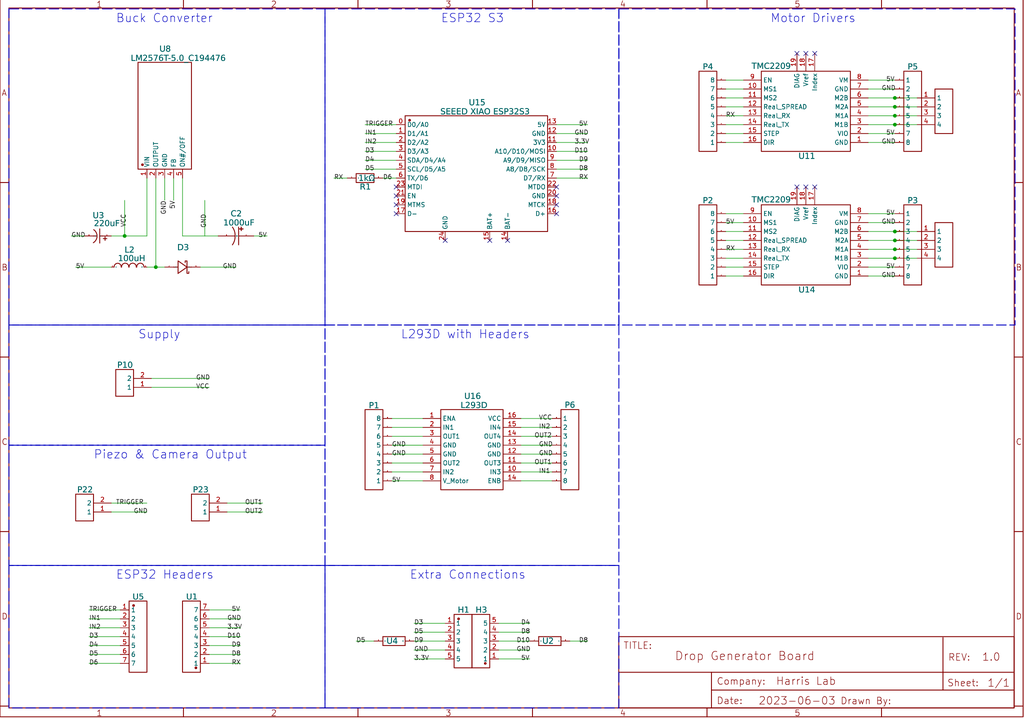
<source format=kicad_sch>
(kicad_sch (version 20231120) (generator "eeschema") (generator_version "8.0")
  (paper "User" 292.1 205.105)
  (lib_symbols
    (symbol "A2002WR-4P"
      (symbol "A2002WR-4P_0_0"
        (rectangle (start 0 7.62) (end 5.08 -5.08) (stroke (width 0.254)))
        (pin unspecified line (at -5.08 5.08 0) (length 5.08) (name "1") (number "1"))
        (pin unspecified line (at -5.08 2.54 0) (length 5.08) (name "2") (number "2"))
        (pin unspecified line (at -5.08 0 0) (length 5.08) (name "3") (number "3"))
        (pin unspecified line (at -5.08 -2.54 0) (length 5.08) (name "4") (number "4"))
      )
    )
    (symbol "A2002WR-4P_1"
      (symbol "A2002WR-4P_1_0_0"
        (rectangle (start 0 7.62) (end 5.08 -5.08) (stroke (width 0.254)))
        (pin unspecified line (at -5.08 5.08 0) (length 5.08) (name "1") (number "1"))
        (pin unspecified line (at -5.08 2.54 0) (length 5.08) (name "2") (number "2"))
        (pin unspecified line (at -5.08 0 0) (length 5.08) (name "3") (number "3"))
        (pin unspecified line (at -5.08 -2.54 0) (length 5.08) (name "4") (number "4"))
      )
    )
    (symbol "CDRH127/LDNP-101MC"
      (property "Reference" "L2" (at -1.2954 5.7531 0))
      (property "Value" "100uH" (at -3.4798 3.3909 0))
      (symbol "CDRH127/LDNP-101MC_0_0"
        (arc (start -2.2606 0) (mid -3.2639 1.0975) (end -4.2672 0) (stroke (width 0.254)))
        (arc (start -0.1016 0) (mid -1.1176 1.1227) (end -2.1336 0) (stroke (width 0.254)))
        (arc (start 2.032 0) (mid 1.016 1.1227) (end 0 0) (stroke (width 0.254)))
        (arc (start 4.2164 0) (mid 3.2004 1.1227) (end 2.1844 0) (stroke (width 0.254)))
        (pin unspecified line (at -5.08 0 0) (length 0.762) (name "1") (number "1"))
        (pin unspecified line (at 5.08 0 180) (length 0.762) (name "2") (number "2"))
      )
    )
    (symbol "CR0603F1K00P05Z"
      (property "Reference" "R1" (at -1.4986 -1.6637 0))
      (property "Value" "1kΩ" (at -2.1336 0.8763 0))
      (symbol "CR0603F1K00P05Z_0_0"
        (rectangle (start -2.54 1.27) (end 2.54 -1.27) (stroke (width 0.254)))
        (pin unspecified line (at -5.08 0 0) (length 2.54) (name "1") (number "1"))
        (pin unspecified line (at 5.08 0 180) (length 2.54) (name "2") (number "2"))
      )
    )
    (symbol "CS220UF35V167RV0148"
      (property "Reference" "U3" (at -0.2286 6.6929 0))
      (property "Value" "220uF" (at -0.2286 4.4831 0))
      (symbol "CS220UF35V167RV0148_0_0"
        (arc (start -0.0508 -1.9304) (mid 1.0118 -0.0786) (end 0.0508 1.8034) (stroke (width 0.254)))
        (polyline (pts (xy 0.762 0) (xy 0 0)) (stroke (width 0.254)))
        (polyline (pts (xy 1.778 -2.032) (xy 1.778 2.032)) (stroke (width 0.254)))
        (polyline (pts (xy 2.54 0) (xy 1.778 0)) (stroke (width 0.254)))
        (polyline (pts (xy 3.302 -1.27) (xy 3.302 -0.254)) (stroke (width 0.254)))
        (polyline (pts (xy 3.81 -0.762) (xy 2.794 -0.762)) (stroke (width 0.254)))
        (pin input line (at 5.08 0 180) (length 2.54) (name "1") (number "1"))
        (pin input line (at -2.54 0 0) (length 2.54) (name "2") (number "2"))
      )
    )
    (symbol "EEEFK0J102P"
      (property "Reference" "C2" (at -1.4986 7.2009 0))
      (property "Value" "1000uF" (at -4.0132 4.6609 0))
      (symbol "EEEFK0J102P_0_0"
        (arc (start -1.016 -2.54) (mid -0.4262 -1.3326) (end -0.254 0) (stroke (width 0.254)))
        (arc (start -0.254 0) (mid -0.4185 1.3349) (end -1.016 2.54) (stroke (width 0.254)))
        (polyline (pts (xy 0.762 2.54) (xy 0.762 -2.54)) (stroke (width 0.254)))
        (rectangle (start 1.016 2.032) (end 2.032 1.9812) (stroke (width 0.254)) (fill (type background)))
        (rectangle (start 1.4732 2.54) (end 1.524 1.524) (stroke (width 0.254)) (fill (type background)))
        (pin unspecified line (at 5.08 0 180) (length 4.318) (name "1") (number "1"))
        (pin unspecified line (at -5.08 0 0) (length 4.826) (name "2") (number "2"))
      )
    )
    (symbol "Header-Female-2.54_1x8"
      (property "Reference" "P6" (at -0.1778 13.5763 0))
      (symbol "Header-Female-2.54_1x8_0_0"
        (rectangle (start -1.27 11.43) (end 3.81 -11.43) (stroke (width 0.254)))
        (pin input line (at -3.81 8.89 0) (length 2.54) (name "1") (number "1"))
        (pin input line (at -3.81 6.35 0) (length 2.54) (name "2") (number "2"))
        (pin input line (at -3.81 3.81 0) (length 2.54) (name "3") (number "3"))
        (pin input line (at -3.81 1.27 0) (length 2.54) (name "4") (number "4"))
        (pin input line (at -3.81 -1.27 0) (length 2.54) (name "5") (number "5"))
        (pin input line (at -3.81 -3.81 0) (length 2.54) (name "6") (number "6"))
        (pin input line (at -3.81 -6.35 0) (length 2.54) (name "7") (number "7"))
        (pin input line (at -3.81 -8.89 0) (length 2.54) (name "8") (number "8"))
      )
    )
    (symbol "Header-Female-2.54_1x8_1"
      (property "Reference" "P1" (at -2.7178 13.4493 0))
      (symbol "Header-Female-2.54_1x8_1_0_0"
        (rectangle (start -3.81 11.43) (end 1.27 -11.43) (stroke (width 0.254)))
        (pin input line (at 3.81 -8.89 180) (length 2.54) (name "1") (number "1"))
        (pin input line (at 3.81 -6.35 180) (length 2.54) (name "2") (number "2"))
        (pin input line (at 3.81 -3.81 180) (length 2.54) (name "3") (number "3"))
        (pin input line (at 3.81 -1.27 180) (length 2.54) (name "4") (number "4"))
        (pin input line (at 3.81 1.27 180) (length 2.54) (name "5") (number "5"))
        (pin input line (at 3.81 3.81 180) (length 2.54) (name "6") (number "6"))
        (pin input line (at 3.81 6.35 180) (length 2.54) (name "7") (number "7"))
        (pin input line (at 3.81 8.89 180) (length 2.54) (name "8") (number "8"))
      )
    )
    (symbol "Header-Female-2.54_1x8_2"
      (property "Reference" "P2" (at -2.7178 13.5001 0))
      (symbol "Header-Female-2.54_1x8_2_0_0"
        (rectangle (start -3.81 11.43) (end 1.27 -11.43) (stroke (width 0.254)))
        (pin input line (at 3.81 -8.89 180) (length 2.54) (name "1") (number "1"))
        (pin input line (at 3.81 -6.35 180) (length 2.54) (name "2") (number "2"))
        (pin input line (at 3.81 -3.81 180) (length 2.54) (name "3") (number "3"))
        (pin input line (at 3.81 -1.27 180) (length 2.54) (name "4") (number "4"))
        (pin input line (at 3.81 1.27 180) (length 2.54) (name "5") (number "5"))
        (pin input line (at 3.81 3.81 180) (length 2.54) (name "6") (number "6"))
        (pin input line (at 3.81 6.35 180) (length 2.54) (name "7") (number "7"))
        (pin input line (at 3.81 8.89 180) (length 2.54) (name "8") (number "8"))
      )
    )
    (symbol "Header-Female-2.54_1x8_3"
      (property "Reference" "P3" (at -0.1778 13.5001 0))
      (symbol "Header-Female-2.54_1x8_3_0_0"
        (rectangle (start -1.27 11.43) (end 3.81 -11.43) (stroke (width 0.254)))
        (pin input line (at -3.81 8.89 0) (length 2.54) (name "1") (number "1"))
        (pin input line (at -3.81 6.35 0) (length 2.54) (name "2") (number "2"))
        (pin input line (at -3.81 3.81 0) (length 2.54) (name "3") (number "3"))
        (pin input line (at -3.81 1.27 0) (length 2.54) (name "4") (number "4"))
        (pin input line (at -3.81 -1.27 0) (length 2.54) (name "5") (number "5"))
        (pin input line (at -3.81 -3.81 0) (length 2.54) (name "6") (number "6"))
        (pin input line (at -3.81 -6.35 0) (length 2.54) (name "7") (number "7"))
        (pin input line (at -3.81 -8.89 0) (length 2.54) (name "8") (number "8"))
      )
    )
    (symbol "Header-Female-2.54_1x8_4"
      (property "Reference" "P4" (at -2.7178 13.5509 0))
      (symbol "Header-Female-2.54_1x8_4_0_0"
        (rectangle (start -3.81 11.43) (end 1.27 -11.43) (stroke (width 0.254)))
        (pin input line (at 3.81 -8.89 180) (length 2.54) (name "1") (number "1"))
        (pin input line (at 3.81 -6.35 180) (length 2.54) (name "2") (number "2"))
        (pin input line (at 3.81 -3.81 180) (length 2.54) (name "3") (number "3"))
        (pin input line (at 3.81 -1.27 180) (length 2.54) (name "4") (number "4"))
        (pin input line (at 3.81 1.27 180) (length 2.54) (name "5") (number "5"))
        (pin input line (at 3.81 3.81 180) (length 2.54) (name "6") (number "6"))
        (pin input line (at 3.81 6.35 180) (length 2.54) (name "7") (number "7"))
        (pin input line (at 3.81 8.89 180) (length 2.54) (name "8") (number "8"))
      )
    )
    (symbol "Header-Female-2.54_1x8_5"
      (property "Reference" "P5" (at -0.1778 13.5509 0))
      (symbol "Header-Female-2.54_1x8_5_0_0"
        (rectangle (start -1.27 11.43) (end 3.81 -11.43) (stroke (width 0.254)))
        (pin input line (at -3.81 8.89 0) (length 2.54) (name "1") (number "1"))
        (pin input line (at -3.81 6.35 0) (length 2.54) (name "2") (number "2"))
        (pin input line (at -3.81 3.81 0) (length 2.54) (name "3") (number "3"))
        (pin input line (at -3.81 1.27 0) (length 2.54) (name "4") (number "4"))
        (pin input line (at -3.81 -1.27 0) (length 2.54) (name "5") (number "5"))
        (pin input line (at -3.81 -3.81 0) (length 2.54) (name "6") (number "6"))
        (pin input line (at -3.81 -6.35 0) (length 2.54) (name "7") (number "7"))
        (pin input line (at -3.81 -8.89 0) (length 2.54) (name "8") (number "8"))
      )
    )
    (symbol "L293D"
      (property "Reference" "U16" (at 11.7856 24.9809 0))
      (property "Value" "L293D" (at 10.4648 22.4409 0))
      (symbol "L293D_0_0"
        (rectangle (start 5.08 20.32) (end 22.86 -2.54) (stroke (width 0.254)))
        (pin unspecified line (at 0 17.78 0) (length 5.08) (name "ENA") (number "1"))
        (pin unspecified line (at 27.94 2.54 180) (length 5.08) (name "IN3") (number "10"))
        (pin unspecified line (at 27.94 5.08 180) (length 5.08) (name "OUT3") (number "11"))
        (pin unspecified line (at 27.94 7.62 180) (length 5.08) (name "GND") (number "12"))
        (pin unspecified line (at 27.94 10.16 180) (length 5.08) (name "GND") (number "13"))
        (pin unspecified line (at 27.94 0 180) (length 5.08) (name "ENB") (number "14"))
        (pin unspecified line (at 27.94 12.7 180) (length 5.08) (name "OUT4") (number "14"))
        (pin unspecified line (at 27.94 15.24 180) (length 5.08) (name "IN4") (number "15"))
        (pin unspecified line (at 27.94 17.78 180) (length 5.08) (name "VCC") (number "16"))
        (pin unspecified line (at 0 15.24 0) (length 5.08) (name "IN1") (number "2"))
        (pin unspecified line (at 0 12.7 0) (length 5.08) (name "OUT1") (number "3"))
        (pin unspecified line (at 0 10.16 0) (length 5.08) (name "GND") (number "4"))
        (pin unspecified line (at 0 7.62 0) (length 5.08) (name "GND") (number "5"))
        (pin unspecified line (at 0 5.08 0) (length 5.08) (name "OUT2") (number "6"))
        (pin unspecified line (at 0 2.54 0) (length 5.08) (name "IN2") (number "7"))
        (pin unspecified line (at 0 0 0) (length 5.08) (name "V_Motor") (number "8"))
      )
    )
    (symbol "LM2576T-5.0_C194476"
      (property "Reference" "U8" (at -1.4986 35.1409 0))
      (property "Value" "LM2576T-5.0_C194476" (at -11.176 32.5501 0))
      (symbol "LM2576T-5.0_C194476_0_0"
        (rectangle (start -7.62 30.48) (end 7.62 0) (stroke (width 0.254)))
        (circle (center -6.35 1.27) (radius 0.254) (stroke (width 0.254)) (fill (type outline)))
        (pin unspecified line (at -5.08 -2.54 90) (length 2.54) (name "VIN") (number "1"))
        (pin unspecified line (at -2.54 -2.54 90) (length 2.54) (name "OUTPUT") (number "2"))
        (pin unspecified line (at 0 -2.54 90) (length 2.54) (name "GND") (number "3"))
        (pin unspecified line (at 2.54 -2.54 90) (length 2.54) (name "FB") (number "4"))
        (pin unspecified line (at 5.08 -2.54 90) (length 2.54) (name "ON#/OFF") (number "5"))
      )
    )
    (symbol "PM2.54-1*7"
      (property "Reference" "U1" (at -1.4986 12.2047 0))
      (symbol "PM2.54-1*7_0_0"
        (rectangle (start -2.54 10.16) (end 2.54 -10.16) (stroke (width 0.254)))
        (circle (center 1.27 -8.89) (radius 0.254) (stroke (width 0.254)) (fill (type outline)))
        (pin unspecified line (at 5.08 -7.62 180) (length 2.54) (name "1") (number "1"))
        (pin unspecified line (at 5.08 -5.08 180) (length 2.54) (name "2") (number "2"))
        (pin unspecified line (at 5.08 -2.54 180) (length 2.54) (name "3") (number "3"))
        (pin unspecified line (at 5.08 0 180) (length 2.54) (name "4") (number "4"))
        (pin unspecified line (at 5.08 2.54 180) (length 2.54) (name "5") (number "5"))
        (pin unspecified line (at 5.08 5.08 180) (length 2.54) (name "6") (number "6"))
        (pin unspecified line (at 5.08 7.62 180) (length 2.54) (name "7") (number "7"))
      )
    )
    (symbol "PM2.54-1*7_1"
      (property "Reference" "U5" (at -1.5494 12.2047 0))
      (symbol "PM2.54-1*7_1_0_0"
        (rectangle (start -2.54 10.16) (end 2.54 -10.16) (stroke (width 0.254)))
        (circle (center -1.27 8.89) (radius 0.254) (stroke (width 0.254)) (fill (type outline)))
        (pin unspecified line (at -5.08 7.62 0) (length 2.54) (name "1") (number "1"))
        (pin unspecified line (at -5.08 5.08 0) (length 2.54) (name "2") (number "2"))
        (pin unspecified line (at -5.08 2.54 0) (length 2.54) (name "3") (number "3"))
        (pin unspecified line (at -5.08 0 0) (length 2.54) (name "4") (number "4"))
        (pin unspecified line (at -5.08 -2.54 0) (length 2.54) (name "5") (number "5"))
        (pin unspecified line (at -5.08 -5.08 0) (length 2.54) (name "6") (number "6"))
        (pin unspecified line (at -5.08 -7.62 0) (length 2.54) (name "7") (number "7"))
      )
    )
    (symbol "PZ254-1-05-Z-8.5"
      (property "Reference" "H1" (at -1.4986 9.7409 0))
      (symbol "PZ254-1-05-Z-8.5_0_0"
        (rectangle (start -2.54 7.62) (end 2.54 -7.62) (stroke (width 0.254)))
        (circle (center -1.27 6.35) (radius 0.254) (stroke (width 0.254)) (fill (type outline)))
        (pin unspecified line (at -5.08 5.08 0) (length 2.54) (name "1") (number "1"))
        (pin unspecified line (at -5.08 2.54 0) (length 2.54) (name "2") (number "2"))
        (pin unspecified line (at -5.08 0 0) (length 2.54) (name "3") (number "3"))
        (pin unspecified line (at -5.08 -2.54 0) (length 2.54) (name "4") (number "4"))
        (pin unspecified line (at -5.08 -5.08 0) (length 2.54) (name "5") (number "5"))
      )
    )
    (symbol "PZ254-1-05-Z-8.5_1"
      (property "Reference" "H3" (at -1.4986 9.7409 0))
      (symbol "PZ254-1-05-Z-8.5_1_0_0"
        (rectangle (start -2.54 7.62) (end 2.54 -7.62) (stroke (width 0.254)))
        (circle (center 1.27 -6.35) (radius 0.254) (stroke (width 0.254)) (fill (type outline)))
        (pin unspecified line (at 5.08 -5.08 180) (length 2.54) (name "1") (number "1"))
        (pin unspecified line (at 5.08 -2.54 180) (length 2.54) (name "2") (number "2"))
        (pin unspecified line (at 5.08 0 180) (length 2.54) (name "3") (number "3"))
        (pin unspecified line (at 5.08 2.54 180) (length 2.54) (name "4") (number "4"))
        (pin unspecified line (at 5.08 5.08 180) (length 2.54) (name "5") (number "5"))
      )
    )
    (symbol "Resistor-SMD-1206"
      (property "Reference" "U2" (at -2.2606 0.8763 0))
      (symbol "Resistor-SMD-1206_0_0"
        (polyline (pts (xy -3.302 -1.27) (xy 3.048 -1.27)) (stroke (width 0.254)))
        (polyline (pts (xy -3.302 1.27) (xy -3.302 -1.27)) (stroke (width 0.254)))
        (polyline (pts (xy -3.302 1.27) (xy 3.048 1.27)) (stroke (width 0.254)))
        (polyline (pts (xy 3.048 1.27) (xy 3.048 -1.27)) (stroke (width 0.254)))
        (pin unspecified line (at -5.842 0 0) (length 2.54) (name "1") (number "1"))
        (pin unspecified line (at 5.588 0 180) (length 2.54) (name "2") (number "2"))
      )
    )
    (symbol "Resistor-SMD-1206_1"
      (property "Reference" "U4" (at -2.2606 0.8763 0))
      (symbol "Resistor-SMD-1206_1_0_0"
        (polyline (pts (xy -3.302 -1.27) (xy 3.048 -1.27)) (stroke (width 0.254)))
        (polyline (pts (xy -3.302 1.27) (xy -3.302 -1.27)) (stroke (width 0.254)))
        (polyline (pts (xy -3.302 1.27) (xy 3.048 1.27)) (stroke (width 0.254)))
        (polyline (pts (xy 3.048 1.27) (xy 3.048 -1.27)) (stroke (width 0.254)))
        (pin unspecified line (at -5.842 0 0) (length 2.54) (name "1") (number "1"))
        (pin unspecified line (at 5.588 0 180) (length 2.54) (name "2") (number "2"))
      )
    )
    (symbol "SEEED XIAO ESP32S3"
      (property "Reference" "U15" (at -2.159 14.7701 0))
      (property "Value" "SEEED XIAO ESP32S3" (at -11.3538 12.2301 0))
      (symbol "SEEED XIAO ESP32S3_0_0"
        (rectangle (start -20.32 10.16) (end 20.32 -22.86) (stroke (width 0.254)))
        (circle (center -19.05 8.89) (radius 0.254) (stroke (width 0.254)) (fill (type outline)))
        (pin unspecified line (at -22.86 7.62 0) (length 2.54) (name "D0/A0") (number "0"))
        (pin unspecified line (at -22.86 5.08 0) (length 2.54) (name "D1/A1") (number "1"))
        (pin unspecified line (at 22.86 0 180) (length 2.54) (name "A10/D10/MOSI") (number "10"))
        (pin unspecified line (at 22.86 2.54 180) (length 2.54) (name "3V3") (number "11"))
        (pin unspecified line (at 22.86 5.08 180) (length 2.54) (name "GND") (number "12"))
        (pin unspecified line (at 22.86 7.62 180) (length 2.54) (name "5V") (number "13"))
        (pin unspecified line (at 8.89 -25.4 90) (length 2.54) (name "BAT-") (number "14"))
        (pin unspecified line (at 3.81 -25.4 90) (length 2.54) (name "BAT+") (number "15"))
        (pin unspecified line (at 22.86 -17.78 180) (length 2.54) (name "D+") (number "16"))
        (pin unspecified line (at -22.86 -17.78 0) (length 2.54) (name "D-") (number "17"))
        (pin unspecified line (at 22.86 -15.24 180) (length 2.54) (name "MTCK") (number "18"))
        (pin unspecified line (at -22.86 -15.24 0) (length 2.54) (name "MTMS") (number "19"))
        (pin unspecified line (at -22.86 2.54 0) (length 2.54) (name "D2/A2") (number "2"))
        (pin unspecified line (at 22.86 -12.7 180) (length 2.54) (name "GND") (number "20"))
        (pin unspecified line (at -22.86 -12.7 0) (length 2.54) (name "EN") (number "21"))
        (pin unspecified line (at 22.86 -10.16 180) (length 2.54) (name "MTDO") (number "22"))
        (pin unspecified line (at -22.86 -10.16 0) (length 2.54) (name "MTDI") (number "23"))
        (pin unspecified line (at -8.89 -25.4 90) (length 2.54) (name "GND") (number "24"))
        (pin unspecified line (at -22.86 0 0) (length 2.54) (name "D3/A3") (number "3"))
        (pin unspecified line (at -22.86 -2.54 0) (length 2.54) (name "SDA/D4/A4") (number "4"))
        (pin unspecified line (at -22.86 -5.08 0) (length 2.54) (name "SCL/D5/A5") (number "5"))
        (pin unspecified line (at -22.86 -7.62 0) (length 2.54) (name "TX/D6") (number "6"))
        (pin unspecified line (at 22.86 -7.62 180) (length 2.54) (name "D7/RX") (number "7"))
        (pin unspecified line (at 22.86 -5.08 180) (length 2.54) (name "A8/D8/SCK") (number "8"))
        (pin unspecified line (at 22.86 -2.54 180) (length 2.54) (name "A9/D9/MISO") (number "9"))
      )
    )
    (symbol "SS34F_C908669"
      (property "Reference" "D3" (at -1.4986 6.4643 0))
      (symbol "SS34F_C908669_0_0"
        (polyline (pts (xy -2.54 0) (xy -1.27 0)) (stroke (width 0.254)))
        (polyline (pts (xy 1.27 0) (xy 2.54 0)) (stroke (width 0.254)))
        (polyline (pts (xy -1.27 -1.778) (xy 1.27 0) (xy -1.27 1.778) (xy -1.27 -1.778)) (stroke (width 0.254)))
        (polyline (pts (xy 1.778 -1.27) (xy 1.778 -1.778) (xy 1.27 -1.778) (xy 1.27 1.778) (xy 0.762 1.778) (xy 0.762 1.27)) (stroke (width 0.254)))
        (pin unspecified line (at -5.08 0 0) (length 2.54) (name "A") (number "1"))
        (pin unspecified line (at 5.08 0 180) (length 2.54) (name "K") (number "2"))
      )
    )
    (symbol "TMC2209"
      (property "Reference" "U11" (at -19.8628 -3.0607 0))
      (property "Value" "TMC2209" (at -33.4772 22.6695 0))
      (symbol "TMC2209_0_0"
        (rectangle (start -30.48 20.32) (end -5.08 -2.54) (stroke (width 0.254)))
        (pin unspecified line (at 0 0 180) (length 5.08) (name "GND") (number "1"))
        (pin unspecified line (at -35.56 15.24 0) (length 5.08) (name "MS1") (number "10"))
        (pin unspecified line (at -35.56 12.7 0) (length 5.08) (name "MS2") (number "11"))
        (pin unspecified line (at -35.56 10.16 0) (length 5.08) (name "Real_SPREAD") (number "12"))
        (pin unspecified line (at -35.56 7.62 0) (length 5.08) (name "Real_RX") (number "13"))
        (pin unspecified line (at -35.56 5.08 0) (length 5.08) (name "Real_TX") (number "14"))
        (pin unspecified line (at -35.56 2.54 0) (length 5.08) (name "STEP") (number "15"))
        (pin unspecified line (at -35.56 0 0) (length 5.08) (name "DIR") (number "16"))
        (pin unspecified line (at -15.24 25.4 270) (length 5.08) (name "Index") (number "17"))
        (pin unspecified line (at -17.78 25.4 270) (length 5.08) (name "Vref") (number "18"))
        (pin unspecified line (at -20.32 25.4 270) (length 5.08) (name "DIAG") (number "19"))
        (pin unspecified line (at 0 2.54 180) (length 5.08) (name "VIO") (number "2"))
        (pin unspecified line (at 0 5.08 180) (length 5.08) (name "M1B") (number "3"))
        (pin unspecified line (at 0 7.62 180) (length 5.08) (name "M1A") (number "4"))
        (pin unspecified line (at 0 10.16 180) (length 5.08) (name "M2A") (number "5"))
        (pin unspecified line (at 0 12.7 180) (length 5.08) (name "M2B") (number "6"))
        (pin unspecified line (at 0 15.24 180) (length 5.08) (name "GND") (number "7"))
        (pin unspecified line (at 0 17.78 180) (length 5.08) (name "VM") (number "8"))
        (pin unspecified line (at -35.56 17.78 0) (length 5.08) (name "EN") (number "9"))
      )
    )
    (symbol "TMC2209_1"
      (property "Reference" "U14" (at -19.8628 -3.0861 0))
      (property "Value" "TMC2209" (at -33.4772 22.6695 0))
      (symbol "TMC2209_1_0_0"
        (rectangle (start -30.48 20.32) (end -5.08 -2.54) (stroke (width 0.254)))
        (pin unspecified line (at 0 0 180) (length 5.08) (name "GND") (number "1"))
        (pin unspecified line (at -35.56 15.24 0) (length 5.08) (name "MS1") (number "10"))
        (pin unspecified line (at -35.56 12.7 0) (length 5.08) (name "MS2") (number "11"))
        (pin unspecified line (at -35.56 10.16 0) (length 5.08) (name "Real_SPREAD") (number "12"))
        (pin unspecified line (at -35.56 7.62 0) (length 5.08) (name "Real_RX") (number "13"))
        (pin unspecified line (at -35.56 5.08 0) (length 5.08) (name "Real_TX") (number "14"))
        (pin unspecified line (at -35.56 2.54 0) (length 5.08) (name "STEP") (number "15"))
        (pin unspecified line (at -35.56 0 0) (length 5.08) (name "DIR") (number "16"))
        (pin unspecified line (at -15.24 25.4 270) (length 5.08) (name "Index") (number "17"))
        (pin unspecified line (at -17.78 25.4 270) (length 5.08) (name "Vref") (number "18"))
        (pin unspecified line (at -20.32 25.4 270) (length 5.08) (name "DIAG") (number "19"))
        (pin unspecified line (at 0 2.54 180) (length 5.08) (name "VIO") (number "2"))
        (pin unspecified line (at 0 5.08 180) (length 5.08) (name "M1B") (number "3"))
        (pin unspecified line (at 0 7.62 180) (length 5.08) (name "M1A") (number "4"))
        (pin unspecified line (at 0 10.16 180) (length 5.08) (name "M2A") (number "5"))
        (pin unspecified line (at 0 12.7 180) (length 5.08) (name "M2B") (number "6"))
        (pin unspecified line (at 0 15.24 180) (length 5.08) (name "GND") (number "7"))
        (pin unspecified line (at 0 17.78 180) (length 5.08) (name "VM") (number "8"))
        (pin unspecified line (at -35.56 17.78 0) (length 5.08) (name "EN") (number "9"))
      )
    )
    (symbol "Unknown_0_-806"
      (symbol "Unknown_0_-806_0_0"
        (polyline (pts (xy 2.54 -201.676) (xy 0 -201.676)) (stroke (width 0.254)))
        (polyline (pts (xy 2.54 -151.892) (xy 0 -151.892)) (stroke (width 0.254)))
        (polyline (pts (xy 2.54 -102.108) (xy 0 -102.108)) (stroke (width 0.254)))
        (polyline (pts (xy 2.54 -52.324) (xy 0 -52.324)) (stroke (width 0.254)))
        (polyline (pts (xy 52.324 -202.184) (xy 52.324 -204.724)) (stroke (width 0.254)))
        (polyline (pts (xy 52.324 -2.54) (xy 52.324 0)) (stroke (width 0.254)))
        (polyline (pts (xy 102.108 -202.184) (xy 102.108 -204.724)) (stroke (width 0.254)))
        (polyline (pts (xy 102.108 -2.54) (xy 102.108 0)) (stroke (width 0.254)))
        (polyline (pts (xy 151.892 -202.184) (xy 151.892 -204.724)) (stroke (width 0.254)))
        (polyline (pts (xy 151.892 -2.54) (xy 151.892 0)) (stroke (width 0.254)))
        (polyline (pts (xy 176.53 -192.024) (xy 289.052 -192.024)) (stroke (width 0.254)))
        (polyline (pts (xy 201.676 -202.184) (xy 201.676 -204.724)) (stroke (width 0.254)))
        (polyline (pts (xy 201.676 -2.54) (xy 201.676 0)) (stroke (width 0.254)))
        (polyline (pts (xy 202.946 -197.104) (xy 289.052 -197.104)) (stroke (width 0.254)))
        (polyline (pts (xy 202.946 -192.024) (xy 202.946 -202.184)) (stroke (width 0.254)))
        (polyline (pts (xy 251.46 -202.184) (xy 251.46 -204.724)) (stroke (width 0.254)))
        (polyline (pts (xy 251.46 -2.54) (xy 251.46 0)) (stroke (width 0.254)))
        (polyline (pts (xy 268.986 -192.024) (xy 268.986 -197.104)) (stroke (width 0.254)))
        (polyline (pts (xy 268.986 -182.118) (xy 268.986 -192.024)) (stroke (width 0.254)))
        (polyline (pts (xy 289.306 -201.676) (xy 291.846 -201.676)) (stroke (width 0.254)))
        (polyline (pts (xy 289.306 -151.892) (xy 291.846 -151.892)) (stroke (width 0.254)))
        (polyline (pts (xy 289.306 -102.108) (xy 291.846 -102.108)) (stroke (width 0.254)))
        (polyline (pts (xy 289.306 -52.324) (xy 291.846 -52.324)) (stroke (width 0.254)))
        (rectangle (start 0 0) (end 291.846 -204.724) (stroke (width 0.254)))
        (rectangle (start 2.54 -2.54) (end 289.306 -202.184) (stroke (width 0.254)))
        (rectangle (start 176.5046 -181.864) (end 289.2806 -202.184) (stroke (width 0.254)))
        (text "1" (at 27.432 -202.6539 0) (effects (font (size 1.6891 1.6891)) (justify left top)))
        (text "1" (at 27.432 -0.4699 0) (effects (font (size 1.6891 1.6891)) (justify left top)))
        (text "1.0" (at 280.0604 -186.3471 0) (effects (font (size 2.1717 2.1717)) (justify left top)))
        (text "1/1" (at 281.5844 -193.7639 0) (effects (font (size 2.1717 2.1717)) (justify left top)))
        (text "2" (at 77.216 -202.6539 0) (effects (font (size 1.6891 1.6891)) (justify left top)))
        (text "2" (at 77.216 -0.4699 0) (effects (font (size 1.6891 1.6891)) (justify left top)))
        (text "2023-06-03" (at 216.3064 -198.8439 0) (effects (font (size 2.1717 2.1717)) (justify left top)))
        (text "3" (at 127 -202.6539 0) (effects (font (size 1.6891 1.6891)) (justify left top)))
        (text "3" (at 127 -0.4699 0) (effects (font (size 1.6891 1.6891)) (justify left top)))
        (text "4" (at 176.784 -202.6539 0) (effects (font (size 1.6891 1.6891)) (justify left top)))
        (text "4" (at 176.784 -0.4699 0) (effects (font (size 1.6891 1.6891)) (justify left top)))
        (text "5" (at 226.568 -202.6539 0) (effects (font (size 1.6891 1.6891)) (justify left top)))
        (text "5" (at 226.568 -0.4699 0) (effects (font (size 1.6891 1.6891)) (justify left top)))
        (text "A" (at 0.381 -25.7429 0) (effects (font (size 1.6891 1.6891)) (justify left top)))
        (text "A" (at 289.687 -25.7429 0) (effects (font (size 1.6891 1.6891)) (justify left top)))
        (text "B" (at 0.381 -75.5269 0) (effects (font (size 1.6891 1.6891)) (justify left top)))
        (text "B" (at 289.687 -75.5269 0) (effects (font (size 1.6891 1.6891)) (justify left top)))
        (text "C" (at 0.381 -125.3109 0) (effects (font (size 1.6891 1.6891)) (justify left top)))
        (text "C" (at 289.687 -125.3109 0) (effects (font (size 1.6891 1.6891)) (justify left top)))
        (text "Company:" (at 204.3684 -193.4464 0) (effects (font (size 1.9304 1.9304)) (justify left top)))
        (text "D" (at 0.381 -175.0949 0) (effects (font (size 1.6891 1.6891)) (justify left top)))
        (text "D" (at 289.687 -175.0949 0) (effects (font (size 1.6891 1.6891)) (justify left top)))
        (text "Date:" (at 204.3684 -198.9836 0) (effects (font (size 1.9304 1.9304)) (justify left top)))
        (text "Drawn By:" (at 239.6744 -199.0344 0) (effects (font (size 1.9304 1.9304)) (justify left top)))
        (text "Drop Generator Board" (at 192.4304 -185.928 0) (effects (font (size 2.413 2.413)) (justify left top)))
        (text "Harris Lab" (at 221.2848 -193.2305 0) (effects (font (size 2.1717 2.1717)) (justify left top)))
        (text "REV:" (at 270.4084 -186.5884 0) (effects (font (size 1.9304 1.9304)) (justify left top)))
        (text "Sheet:" (at 270.1544 -193.9036 0) (effects (font (size 1.9304 1.9304)) (justify left top)))
        (text "TITLE:" (at 177.7746 -183.2356 0) (effects (font (size 1.9304 1.9304)) (justify left top)))
      )
    )
    (symbol "WJ127-5.0-2P"
      (property "Reference" "P10" (at -4.6482 5.9309 0))
      (symbol "WJ127-5.0-2P_0_0"
        (rectangle (start -5.08 3.81) (end 0 -3.81) (stroke (width 0.254)))
        (pin unspecified line (at 5.08 -1.27 180) (length 5.08) (name "1") (number "1"))
        (pin unspecified line (at 5.08 1.27 180) (length 5.08) (name "2") (number "2"))
      )
    )
    (symbol "WJ127-5.0-2P_1"
      (property "Reference" "P22" (at -4.6228 5.9309 0))
      (symbol "WJ127-5.0-2P_1_0_0"
        (rectangle (start -5.08 3.81) (end 0 -3.81) (stroke (width 0.254)))
        (pin unspecified line (at 5.08 -1.27 180) (length 5.08) (name "1") (number "1"))
        (pin unspecified line (at 5.08 1.27 180) (length 5.08) (name "2") (number "2"))
      )
    )
    (symbol "WJ127-5.0-2P_2"
      (property "Reference" "P23" (at -4.6482 5.9309 0))
      (symbol "WJ127-5.0-2P_2_0_0"
        (rectangle (start -5.08 3.81) (end 0 -3.81) (stroke (width 0.254)))
        (pin unspecified line (at 5.08 -1.27 180) (length 5.08) (name "1") (number "1"))
        (pin unspecified line (at 5.08 1.27 180) (length 5.08) (name "2") (number "2"))
      )
    )
  )
  (junction (at 255.27 33.02))
  (junction (at 35.56 67.31))
  (junction (at 255.27 35.56))
  (junction (at 255.27 73.66))
  (junction (at 255.27 71.12))
  (junction (at 44.45 76.2))
  (junction (at 255.27 66.04))
  (junction (at 255.27 27.94))
  (junction (at 255.27 30.48))
  (junction (at 255.27 68.58))
  (no_connect (at 113.03 60.96))
  (no_connect (at 127 68.58))
  (no_connect (at 113.03 55.88))
  (no_connect (at 232.41 15.24))
  (no_connect (at 229.87 15.24))
  (no_connect (at 144.78 68.58))
  (no_connect (at 227.33 53.34))
  (no_connect (at 113.03 58.42))
  (no_connect (at 158.75 60.96))
  (no_connect (at 139.7 68.58))
  (no_connect (at 227.33 15.24))
  (no_connect (at 232.41 53.34))
  (no_connect (at 229.87 53.34))
  (no_connect (at 158.75 55.88))
  (no_connect (at 113.03 53.34))
  (no_connect (at 158.75 53.34))
  (no_connect (at 158.75 58.42))
  (wire (pts (xy 212.09 35.56) (xy 207.01 35.56)))
  (wire (pts (xy 31.75 146.05) (xy 41.91 146.05)))
  (wire (pts (xy 41.91 76.2) (xy 44.45 76.2)))
  (wire (pts (xy 25.4 179.07) (xy 34.29 179.07)))
  (wire (pts (xy 247.65 78.74) (xy 255.27 78.74)))
  (wire (pts (xy 59.69 184.15) (xy 68.58 184.15)))
  (wire (pts (xy 247.65 30.48) (xy 255.27 30.48)))
  (wire (pts (xy 120.65 119.38) (xy 111.76 119.38)))
  (wire (pts (xy 157.48 132.08) (xy 148.59 132.08)))
  (wire (pts (xy 207.01 78.74) (xy 212.09 78.74)))
  (wire (pts (xy 247.65 38.1) (xy 255.27 38.1)))
  (wire (pts (xy 59.69 176.53) (xy 68.58 176.53)))
  (wire (pts (xy 158.75 38.1) (xy 167.64 38.1)))
  (wire (pts (xy 158.75 50.8) (xy 167.64 50.8)))
  (wire (pts (xy 247.65 22.86) (xy 255.27 22.86)))
  (wire (pts (xy 142.24 185.42) (xy 151.13 185.42)))
  (wire (pts (xy 255.27 33.02) (xy 247.65 33.02)))
  (wire (pts (xy 111.76 129.54) (xy 120.65 129.54)))
  (wire (pts (xy 247.65 60.96) (xy 255.27 60.96)))
  (wire (pts (xy 25.4 189.23) (xy 34.29 189.23)))
  (wire (pts (xy 111.76 121.92) (xy 120.65 121.92)))
  (wire (pts (xy 157.48 121.92) (xy 148.59 121.92)))
  (wire (pts (xy 148.59 129.54) (xy 157.48 129.54)))
  (wire (pts (xy 255.27 30.48) (xy 261.62 30.48)))
  (wire (pts (xy 151.13 182.88) (xy 142.24 182.88)))
  (wire (pts (xy 207.01 30.48) (xy 212.09 30.48)))
  (wire (pts (xy 58.42 57.15) (xy 58.42 67.31)))
  (wire (pts (xy 158.75 45.72) (xy 167.64 45.72)))
  (wire (pts (xy 59.69 173.99) (xy 68.58 173.99)))
  (wire (pts (xy 20.32 67.31) (xy 24.13 67.31)))
  (wire (pts (xy 207.01 25.4) (xy 212.09 25.4)))
  (wire (pts (xy 142.24 180.34) (xy 151.13 180.34)))
  (wire (pts (xy 247.65 25.4) (xy 255.27 25.4)))
  (wire (pts (xy 255.27 73.66) (xy 261.62 73.66)))
  (wire (pts (xy 104.14 48.26) (xy 113.03 48.26)))
  (wire (pts (xy 113.03 50.8) (xy 109.22 50.8)))
  (wire (pts (xy 59.69 186.69) (xy 68.58 186.69)))
  (wire (pts (xy 76.2 67.31) (xy 72.39 67.31)))
  (wire (pts (xy 25.4 184.15) (xy 34.29 184.15)))
  (wire (pts (xy 255.27 71.12) (xy 247.65 71.12)))
  (wire (pts (xy 247.65 66.04) (xy 255.27 66.04)))
  (wire (pts (xy 207.01 71.12) (xy 212.09 71.12)))
  (wire (pts (xy 104.14 45.72) (xy 113.03 45.72)))
  (wire (pts (xy 74.93 146.05) (xy 64.77 146.05)))
  (wire (pts (xy 52.07 67.31) (xy 62.23 67.31)))
  (wire (pts (xy 212.09 76.2) (xy 207.01 76.2)))
  (wire (pts (xy 118.11 177.8) (xy 127 177.8)))
  (wire (pts (xy 207.01 33.02) (xy 212.09 33.02)))
  (wire (pts (xy 59.69 189.23) (xy 68.58 189.23)))
  (wire (pts (xy 21.59 76.2) (xy 31.75 76.2)))
  (wire (pts (xy 118.11 182.88) (xy 127 182.88)))
  (wire (pts (xy 41.91 67.31) (xy 41.91 50.8)))
  (wire (pts (xy 255.27 27.94) (xy 261.62 27.94)))
  (wire (pts (xy 118.11 187.96) (xy 127 187.96)))
  (wire (pts (xy 207.01 66.04) (xy 212.09 66.04)))
  (wire (pts (xy 167.64 182.88) (xy 162.56 182.88)))
  (wire (pts (xy 43.18 107.95) (xy 59.69 107.95)))
  (wire (pts (xy 31.75 143.51) (xy 41.91 143.51)))
  (wire (pts (xy 212.09 22.86) (xy 207.01 22.86)))
  (wire (pts (xy 207.01 73.66) (xy 212.09 73.66)))
  (wire (pts (xy 111.76 127) (xy 120.65 127)))
  (wire (pts (xy 148.59 137.16) (xy 157.48 137.16)))
  (wire (pts (xy 59.69 181.61) (xy 68.58 181.61)))
  (wire (pts (xy 43.18 110.49) (xy 59.69 110.49)))
  (wire (pts (xy 120.65 124.46) (xy 111.76 124.46)))
  (wire (pts (xy 247.65 63.5) (xy 255.27 63.5)))
  (wire (pts (xy 35.56 57.15) (xy 35.56 67.31)))
  (wire (pts (xy 157.48 119.38) (xy 148.59 119.38)))
  (wire (pts (xy 247.65 68.58) (xy 255.27 68.58)))
  (wire (pts (xy 148.59 127) (xy 157.48 127)))
  (wire (pts (xy 104.14 43.18) (xy 113.03 43.18)))
  (wire (pts (xy 101.6 182.88) (xy 106.68 182.88)))
  (wire (pts (xy 247.65 76.2) (xy 255.27 76.2)))
  (wire (pts (xy 212.09 60.96) (xy 207.01 60.96)))
  (wire (pts (xy 44.45 50.8) (xy 44.45 76.2)))
  (wire (pts (xy 25.4 181.61) (xy 34.29 181.61)))
  (wire (pts (xy 142.24 187.96) (xy 151.13 187.96)))
  (wire (pts (xy 44.45 76.2) (xy 46.99 76.2)))
  (wire (pts (xy 111.76 132.08) (xy 120.65 132.08)))
  (wire (pts (xy 212.09 27.94) (xy 207.01 27.94)))
  (wire (pts (xy 247.65 40.64) (xy 255.27 40.64)))
  (wire (pts (xy 74.93 143.51) (xy 64.77 143.51)))
  (wire (pts (xy 157.48 124.46) (xy 148.59 124.46)))
  (wire (pts (xy 25.4 176.53) (xy 34.29 176.53)))
  (wire (pts (xy 247.65 27.94) (xy 255.27 27.94)))
  (wire (pts (xy 52.07 50.8) (xy 52.07 67.31)))
  (wire (pts (xy 104.14 40.64) (xy 113.03 40.64)))
  (wire (pts (xy 261.62 33.02) (xy 255.27 33.02)))
  (wire (pts (xy 118.11 180.34) (xy 127 180.34)))
  (wire (pts (xy 111.76 137.16) (xy 120.65 137.16)))
  (wire (pts (xy 157.48 134.62) (xy 148.59 134.62)))
  (wire (pts (xy 158.75 40.64) (xy 167.64 40.64)))
  (wire (pts (xy 104.14 35.56) (xy 113.03 35.56)))
  (wire (pts (xy 212.09 68.58) (xy 207.01 68.58)))
  (wire (pts (xy 95.25 50.8) (xy 99.06 50.8)))
  (wire (pts (xy 261.62 71.12) (xy 255.27 71.12)))
  (wire (pts (xy 255.27 68.58) (xy 261.62 68.58)))
  (wire (pts (xy 247.65 35.56) (xy 255.27 35.56)))
  (wire (pts (xy 247.65 73.66) (xy 255.27 73.66)))
  (wire (pts (xy 104.14 38.1) (xy 113.03 38.1)))
  (wire (pts (xy 35.56 67.31) (xy 41.91 67.31)))
  (wire (pts (xy 25.4 186.69) (xy 34.29 186.69)))
  (wire (pts (xy 31.75 67.31) (xy 35.56 67.31)))
  (wire (pts (xy 207.01 38.1) (xy 212.09 38.1)))
  (wire (pts (xy 118.11 185.42) (xy 127 185.42)))
  (wire (pts (xy 25.4 173.99) (xy 34.29 173.99)))
  (wire (pts (xy 49.53 57.15) (xy 49.53 50.8)))
  (wire (pts (xy 59.69 179.07) (xy 68.58 179.07)))
  (wire (pts (xy 158.75 48.26) (xy 167.64 48.26)))
  (wire (pts (xy 212.09 40.64) (xy 207.01 40.64)))
  (wire (pts (xy 67.31 76.2) (xy 57.15 76.2)))
  (wire (pts (xy 46.99 57.15) (xy 46.99 50.8)))
  (wire (pts (xy 158.75 35.56) (xy 167.64 35.56)))
  (wire (pts (xy 120.65 134.62) (xy 111.76 134.62)))
  (wire (pts (xy 158.75 43.18) (xy 167.64 43.18)))
  (wire (pts (xy 142.24 177.8) (xy 151.13 177.8)))
  (wire (pts (xy 207.01 63.5) (xy 212.09 63.5)))
  (wire (pts (xy 255.27 66.04) (xy 261.62 66.04)))
  (wire (pts (xy 255.27 35.56) (xy 261.62 35.56)))
  (rectangle (start 2.54 2.54) (end 92.71 92.71) (stroke (width 0.254) (type dash)))
  (rectangle (start 2.54 127) (end 92.71 161.29) (stroke (width 0.254) (type dash)))
  (rectangle (start 2.54 92.71) (end 92.71 127) (stroke (width 0.254) (type dash)))
  (rectangle (start 92.71 2.54) (end 176.53 92.71) (stroke (width 0.254) (type dash)))
  (rectangle (start 92.71 92.71) (end 176.53 161.29) (stroke (width 0.254) (type dash)))
  (rectangle (start 92.71 161.29) (end 176.53 201.93) (stroke (width 0.254) (type dash)))
  (rectangle (start 176.53 2.54) (end 289.56 92.71) (stroke (width 0.254) (type dash)))
  (rectangle (start 2.54 161.29) (end 92.71 201.93) (stroke (width 0.254) (type dash)))
  (text "Buck Converter" (at 33.02 3.937 0) (effects (font (size 2.413 2.413)) (justify left top)))
  (text "ESP32 S3" (at 125.73 3.937 0) (effects (font (size 2.413 2.413)) (justify left top)))
  (text "L293D with Headers" (at 114.3 94.107 0) (effects (font (size 2.413 2.413)) (justify left top)))
  (text "Piezo & Camera Output" (at 26.67 128.397 0) (effects (font (size 2.413 2.413)) (justify left top)))
  (text "Motor Drivers" (at 219.71 3.937 0) (effects (font (size 2.413 2.413)) (justify left top)))
  (text "ESP32 Headers" (at 33.02 162.687 0) (effects (font (size 2.413 2.413)) (justify left top)))
  (text "Extra Connections" (at 116.84 162.687 0) (effects (font (size 2.413 2.413)) (justify left top)))
  (text "Supply" (at 39.37 94.107 0) (effects (font (size 2.413 2.413)) (justify left top)))
  (label "D8" (at 165.1 182.88 0))
  (label "D9" (at 66.04 184.15 0))
  (label "D9" (at 165.1 45.72 0))
  (label "OUT2" (at 69.85 146.05 0))
  (label "D3" (at 118.11 177.8 0))
  (label "5V" (at 165.1 35.56 0))
  (label "GND" (at 46.99 57.15 270))
  (label "GND" (at 251.46 63.5 0))
  (label "VCC" (at 55.88 110.49 0))
  (label "IN2" (at 104.14 40.64 0))
  (label "OUT1" (at 69.85 143.51 0))
  (label "5V" (at 148.59 187.96 0))
  (label "D9" (at 118.11 182.88 0))
  (label "D5" (at 101.6 182.88 0))
  (label "TRIGGER" (at 25.4 173.99 0))
  (label "D10" (at 163.83 43.18 0))
  (label "D4" (at 25.4 184.15 0))
  (label "GND" (at 163.83 38.1 0))
  (label "GND" (at 153.67 129.54 0))
  (label "RX" (at 207.01 33.02 0))
  (label "5V" (at 21.59 76.2 0))
  (label "D8" (at 165.1 48.26 0))
  (label "5V" (at 252.73 22.86 0))
  (label "5V" (at 252.73 76.2 0))
  (label "5V" (at 252.73 38.1 0))
  (label "TRIGGER" (at 33.02 143.51 0))
  (label "GND" (at 153.67 127 0))
  (label "IN2" (at 25.4 179.07 0))
  (label "VCC" (at 153.67 119.38 0))
  (label "GND" (at 64.77 176.53 0))
  (label "D8" (at 66.04 186.69 0))
  (label "GND" (at 118.11 185.42 0))
  (label "TRIGGER" (at 104.14 35.56 0))
  (label "GND" (at 251.46 25.4 0))
  (label "GND" (at 111.76 127 0))
  (label "RX" (at 66.04 189.23 0))
  (label "5V" (at 49.53 57.15 270))
  (label "D3" (at 104.14 43.18 0))
  (label "D4" (at 104.14 45.72 0))
  (label "VCC" (at 35.56 60.96 270))
  (label "D8" (at 148.59 180.34 0))
  (label "3.3V" (at 64.77 179.07 0))
  (label "GND" (at 38.1 146.05 0))
  (label "GND" (at 251.46 78.74 0))
  (label "RX" (at 207.01 71.12 0))
  (label "GND" (at 147.32 185.42 0))
  (label "D10" (at 147.32 182.88 0))
  (label "D3" (at 25.4 181.61 0))
  (label "GND" (at 111.76 129.54 0))
  (label "5V" (at 66.04 173.99 0))
  (label "D5" (at 104.14 48.26 0))
  (label "3.3V" (at 163.83 40.64 0))
  (label "D10" (at 64.77 181.61 0))
  (label "5V" (at 252.73 60.96 0))
  (label "IN1" (at 25.4 176.53 0))
  (label "IN2" (at 153.67 121.92 0))
  (label "GND" (at 63.5 76.2 0))
  (label "GND" (at 251.46 40.64 0))
  (label "D5" (at 25.4 186.69 0))
  (label "GND" (at 20.32 67.31 0))
  (label "D5" (at 118.11 180.34 0))
  (label "GND" (at 55.88 107.95 0))
  (label "GND" (at 58.42 60.96 270))
  (label "D6" (at 109.22 50.8 0))
  (label "RX" (at 95.25 50.8 0))
  (label "D6" (at 25.4 189.23 0))
  (label "OUT1" (at 152.4 132.08 0))
  (label "OUT2" (at 152.4 124.46 0))
  (label "3.3V" (at 118.11 187.96 0))
  (label "5V" (at 111.76 137.16 0))
  (label "IN1" (at 104.14 38.1 0))
  (label "5V" (at 207.01 63.5 0))
  (label "RX" (at 165.1 50.8 0))
  (label "IN1" (at 153.67 134.62 0))
  (label "5V" (at 73.66 67.31 0))
  (label "D4" (at 148.59 177.8 0))
  (symbol (lib_id "SS34F_C908669") (at 52.07 76.2 0) (unit 0)
    (property "Reference" "D3" (at 50.5714 69.7357 0) (effects (font (size 1.6891 1.6891)) (justify left top)))
    (property "Value" "SS34F_C908669" (effects (hide yes)))
    (property "Manufacturer Part" "SS34F" (effects (hide yes)))
    (property "Manufacturer" "GOODWORK(固得沃克)" (effects (hide yes)))
    (property "Supplier Part" "C908669" (effects (hide yes)))
    (property "Supplier" "LCSC" (effects (hide yes)))
  )
  (symbol (lib_id "CS220UF35V167RV0148") (at 26.67 67.31 0) (unit 0)
    (property "Reference" "U3" (at 26.4414 60.6171 0) (effects (font (size 1.6891 1.6891)) (justify left top)))
    (property "Value" "220uF" (at 26.4414 62.8269 0) (effects (font (size 1.6891 1.6891)) (justify left top)))
    (property "Datasheet" "https://atta.szlcsc.com/upload/public/pdf/source/20221116/61A18E9F76B63B88150AEA4A72A6E854.pdf" (effects (hide yes)))
    (property "Manufacturer Part" "CS220UF35V167RV0148" (effects (hide yes)))
    (property "Manufacturer" "KNSCHA(科尼盛)" (effects (hide yes)))
    (property "Supplier Part" "C5250965" (effects (hide yes)))
    (property "Supplier" "LCSC" (effects (hide yes)))
  )
  (symbol (lib_id "Header-Female-2.54_1x8_1") (at 107.95 128.27 0) (unit 0)
    (property "Reference" "P1" (at 105.2322 114.8207 0) (effects (font (size 1.6891 1.6891)) (justify left top)))
    (property "Value" "Header-Female-2.54_1x8" (effects (hide yes)))
    (property "Manufacturer Part" "2.54-1*8P母环保" (effects (hide yes)))
    (property "Manufacturer" "BOOMELE(博穆精密)" (effects (hide yes)))
    (property "Supplier Part" "C27438" (effects (hide yes)))
    (property "Supplier" "LCSC" (effects (hide yes)))
  )
  (symbol (lib_id "EEEFK0J102P") (at 67.31 67.31 0) (unit 0)
    (property "Reference" "C2" (at 65.8114 60.1091 0) (effects (font (size 1.6891 1.6891)) (justify left top)))
    (property "Value" "1000uF" (at 63.2968 62.6491 0) (effects (font (size 1.6891 1.6891)) (justify left top)))
    (property "Datasheet" "https://lcsc.com/eda_search?q=C193663&%26type=1&ref=editor" (effects (hide yes)))
    (property "Manufacturer Part" "EEEFK0J102P" (effects (hide yes)))
    (property "Manufacturer" "PANASONIC(松下)" (effects (hide yes)))
    (property "Supplier Part" "C193663" (effects (hide yes)))
    (property "Supplier" "LCSC" (effects (hide yes)))
  )
  (symbol (lib_id "Header-Female-2.54_1x8_3") (at 259.08 69.85 0) (unit 0)
    (property "Reference" "P3" (at 258.9022 56.3499 0) (effects (font (size 1.6891 1.6891)) (justify left top)))
    (property "Value" "Header-Female-2.54_1x8" (effects (hide yes)))
    (property "Manufacturer Part" "2.54-1*8P母环保" (effects (hide yes)))
    (property "Manufacturer" "BOOMELE(博穆精密)" (effects (hide yes)))
    (property "Supplier Part" "C27438" (effects (hide yes)))
    (property "Supplier" "LCSC" (effects (hide yes)))
  )
  (symbol (lib_id "WJ127-5.0-2P_2") (at 59.69 144.78 0) (unit 0)
    (property "Reference" "P23" (at 55.0418 138.8491 0) (effects (font (size 1.6891 1.6891)) (justify left top)))
    (property "Value" "WJ127-5.0-2P" (effects (hide yes)))
    (property "Manufacturer Part" "WJ127-5.0-2P" (effects (hide yes)))
    (property "Manufacturer" "KANGNEX(康奈克斯电气)" (effects (hide yes)))
    (property "Supplier Part" "C3703" (effects (hide yes)))
    (property "Supplier" "LCSC" (effects (hide yes)))
  )
  (symbol (lib_id "CR0603F1K00P05Z") (at 104.14 50.8 0) (unit 0)
    (property "Reference" "R1" (at 102.6414 52.4637 0) (effects (font (size 1.6891 1.6891)) (justify left top)))
    (property "Value" "1kΩ" (at 102.0064 49.9237 0) (effects (font (size 1.6891 1.6891)) (justify left top)))
    (property "Manufacturer Part" "CR0603F1K00P05Z" (effects (hide yes)))
    (property "Manufacturer" "EVER OHMS(天二科技)" (effects (hide yes)))
    (property "Supplier Part" "C881323" (effects (hide yes)))
    (property "Supplier" "LCSC" (effects (hide yes)))
  )
  (symbol (lib_id "Resistor-SMD-1206_1") (at 112.522 182.88 0) (unit 0)
    (property "Reference" "U4" (at 110.2614 182.0037 0) (effects (font (size 1.6891 1.6891)) (justify left top)))
    (property "Value" "200K" (effects (hide yes)))
    (property "Supplier" "Banggood" (effects (hide yes)))
  )
  (symbol (lib_id "PZ254-1-05-Z-8.5_1") (at 137.16 182.88 0) (unit 0)
    (property "Reference" "H3" (at 135.6614 173.1391 0) (effects (font (size 1.6891 1.6891)) (justify left top)))
    (property "Value" "PZ254-1-05-Z-8.5" (effects (hide yes)))
    (property "Manufacturer Part" "PZ254-1-05-Z-8.5" (effects (hide yes)))
    (property "Manufacturer" "HCTL(华灿天禄)" (effects (hide yes)))
    (property "Supplier Part" "C2894928" (effects (hide yes)))
    (property "Supplier" "LCSC" (effects (hide yes)))
  )
  (symbol (lib_id "PZ254-1-05-Z-8.5") (at 132.08 182.88 0) (unit 0)
    (property "Reference" "H1" (at 130.5814 173.1391 0) (effects (font (size 1.6891 1.6891)) (justify left top)))
    (property "Value" "PZ254-1-05-Z-8.5" (effects (hide yes)))
    (property "Manufacturer Part" "PZ254-1-05-Z-8.5" (effects (hide yes)))
    (property "Manufacturer" "HCTL(华灿天禄)" (effects (hide yes)))
    (property "Supplier Part" "C2894928" (effects (hide yes)))
    (property "Supplier" "LCSC" (effects (hide yes)))
  )
  (symbol (lib_id "SEEED XIAO ESP32S3") (at 135.89 43.18 0) (unit 0)
    (property "Reference" "U15" (at 133.731 28.4099 0) (effects (font (size 1.6891 1.6891)) (justify left top)))
    (property "Value" "SEEED XIAO ESP32S3" (at 124.5362 30.9499 0) (effects (font (size 1.6891 1.6891)) (justify left top)))
    (property "Manufacturer Part" "Xiao" (effects (hide yes)))
    (property "Manufacturer" "Seeeduino" (effects (hide yes)))
    (property "Supplier" "Amazon" (effects (hide yes)))
  )
  (symbol (lib_id "CDRH127/LDNP-101MC") (at 36.83 76.2 0) (unit 0)
    (property "Reference" "L2" (at 35.5346 70.4469 0) (effects (font (size 1.6891 1.6891)) (justify left top)))
    (property "Value" "100uH" (at 33.3502 72.8091 0) (effects (font (size 1.6891 1.6891)) (justify left top)))
    (property "Manufacturer Part" "CDRH127/LDNP-101MC" (effects (hide yes)))
    (property "Manufacturer" "Sumida(胜美达)" (effects (hide yes)))
    (property "Supplier Part" "C2929505" (effects (hide yes)))
    (property "Supplier" "LCSC" (effects (hide yes)))
  )
  (symbol (lib_id "Header-Female-2.54_1x8") (at 161.29 128.27 0) (unit 0)
    (property "Reference" "P6" (at 161.1122 114.6937 0) (effects (font (size 1.6891 1.6891)) (justify left top)))
    (property "Value" "Header-Female-2.54_1x8" (effects (hide yes)))
    (property "Manufacturer Part" "2.54-1*8P母环保" (effects (hide yes)))
    (property "Manufacturer" "BOOMELE(博穆精密)" (effects (hide yes)))
    (property "Supplier Part" "C27438" (effects (hide yes)))
    (property "Supplier" "LCSC" (effects (hide yes)))
  )
  (symbol (lib_id "Unknown_0_-806") (at 0 -0.254 0) (unit 0)
    (property "Reference" "A" (effects (hide yes)))
    (property "Value" "A" (effects (hide yes)))
    (property "Manufacturer Part" "?" (effects (hide yes)))
  )
  (symbol (lib_id "WJ127-5.0-2P_1") (at 26.67 144.78 0) (unit 0)
    (property "Reference" "P22" (at 22.0472 138.8491 0) (effects (font (size 1.6891 1.6891)) (justify left top)))
    (property "Value" "WJ127-5.0-2P" (effects (hide yes)))
    (property "Manufacturer Part" "WJ127-5.0-2P" (effects (hide yes)))
    (property "Manufacturer" "KANGNEX(康奈克斯电气)" (effects (hide yes)))
    (property "Supplier Part" "C3703" (effects (hide yes)))
    (property "Supplier" "LCSC" (effects (hide yes)))
  )
  (symbol (lib_id "Header-Female-2.54_1x8_5") (at 259.08 31.75 0) (unit 0)
    (property "Reference" "P5" (at 258.9022 18.1991 0) (effects (font (size 1.6891 1.6891)) (justify left top)))
    (property "Value" "Header-Female-2.54_1x8" (effects (hide yes)))
    (property "Manufacturer Part" "2.54-1*8P母环保" (effects (hide yes)))
    (property "Manufacturer" "BOOMELE(博穆精密)" (effects (hide yes)))
    (property "Supplier Part" "C27438" (effects (hide yes)))
    (property "Supplier" "LCSC" (effects (hide yes)))
  )
  (symbol (lib_id "PM2.54-1*7_1") (at 39.37 181.61 0) (unit 0)
    (property "Reference" "U5" (at 37.8206 169.4053 0) (effects (font (size 1.6891 1.6891)) (justify left top)))
    (property "Value" "PM2.54-1*7" (effects (hide yes)))
    (property "Datasheet" "https://lcsc.com/eda_search?q=C5371993&%26type=1&ref=editor" (effects (hide yes)))
    (property "Manufacturer Part" "PM2.54-1*7" (effects (hide yes)))
    (property "Manufacturer" "ZHOURI(洲日)" (effects (hide yes)))
    (property "Supplier Part" "C5371993" (effects (hide yes)))
    (property "Supplier" "LCSC" (effects (hide yes)))
  )
  (symbol (lib_id "TMC2209_1") (at 247.65 78.74 0) (unit 0)
    (property "Reference" "U14" (at 227.7872 81.8261 0) (effects (font (size 1.6891 1.6891)) (justify left top)))
    (property "Value" "TMC2209" (at 214.1728 56.0705 0) (effects (font (size 1.6891 1.6891)) (justify left top)))
    (property "Manufacturer Part" "TMC2209 stepstick" (effects (hide yes)))
  )
  (symbol (lib_id "LM2576T-5.0_C194476") (at 46.99 48.26 0) (unit 0)
    (property "Reference" "U8" (at 45.4914 13.1191 0) (effects (font (size 1.6891 1.6891)) (justify left top)))
    (property "Value" "LM2576T-5.0_C194476" (at 35.814 15.7099 0) (effects (font (size 1.6891 1.6891)) (justify left top)))
    (property "Manufacturer Part" "LM2576T-5.0" (effects (hide yes)))
    (property "Manufacturer" "HGSEMI(华冠)" (effects (hide yes)))
    (property "Supplier Part" "C194476" (effects (hide yes)))
    (property "Supplier" "LCSC" (effects (hide yes)))
  )
  (symbol (lib_id "TMC2209") (at 247.65 40.64 0) (unit 0)
    (property "Reference" "U11" (at 227.7872 43.7007 0) (effects (font (size 1.6891 1.6891)) (justify left top)))
    (property "Value" "TMC2209" (at 214.1728 17.9705 0) (effects (font (size 1.6891 1.6891)) (justify left top)))
    (property "Manufacturer Part" "TMC2209 stepstick" (effects (hide yes)))
  )
  (symbol (lib_id "Resistor-SMD-1206") (at 156.972 182.88 0) (unit 0)
    (property "Reference" "U2" (at 154.7114 182.0037 0) (effects (font (size 1.6891 1.6891)) (justify left top)))
    (property "Value" "200K" (effects (hide yes)))
    (property "Supplier" "Banggood" (effects (hide yes)))
  )
  (symbol (lib_id "Header-Female-2.54_1x8_2") (at 203.2 69.85 0) (unit 0)
    (property "Reference" "P2" (at 200.4822 56.3499 0) (effects (font (size 1.6891 1.6891)) (justify left top)))
    (property "Value" "Header-Female-2.54_1x8" (effects (hide yes)))
    (property "Manufacturer Part" "2.54-1*8P母环保" (effects (hide yes)))
    (property "Manufacturer" "BOOMELE(博穆精密)" (effects (hide yes)))
    (property "Supplier Part" "C27438" (effects (hide yes)))
    (property "Supplier" "LCSC" (effects (hide yes)))
  )
  (symbol (lib_id "WJ127-5.0-2P") (at 38.1 109.22 0) (unit 0)
    (property "Reference" "P10" (at 33.4518 103.2891 0) (effects (font (size 1.6891 1.6891)) (justify left top)))
    (property "Value" "WJ127-5.0-2P" (effects (hide yes)))
    (property "Manufacturer Part" "WJ127-5.0-2P" (effects (hide yes)))
    (property "Manufacturer" "KANGNEX(康奈克斯电气)" (effects (hide yes)))
    (property "Supplier Part" "C3703" (effects (hide yes)))
    (property "Supplier" "LCSC" (effects (hide yes)))
  )
  (symbol (lib_id "A2002WR-4P_1") (at 266.7 71.12 0) (unit 0)
    (property "Reference" "U13" (effects (hide yes)))
    (property "Value" "A2002WR-4P" (effects (hide yes)))
    (property "Manufacturer Part" "A2002WR-4P" (effects (hide yes)))
    (property "Manufacturer" "Changjiang Connectors" (effects (hide yes)))
    (property "Supplier Part" "C273065" (effects (hide yes)))
    (property "Supplier" "LCSC" (effects (hide yes)))
  )
  (symbol (lib_id "L293D") (at 120.65 137.16 0) (unit 0)
    (property "Reference" "U16" (at 132.4356 112.1791 0) (effects (font (size 1.6891 1.6891)) (justify left top)))
    (property "Value" "L293D" (at 131.1148 114.7191 0) (effects (font (size 1.6891 1.6891)) (justify left top)))
  )
  (symbol (lib_id "A2002WR-4P") (at 266.7 33.02 0) (unit 0)
    (property "Reference" "U12" (effects (hide yes)))
    (property "Value" "A2002WR-4P" (effects (hide yes)))
    (property "Manufacturer Part" "A2002WR-4P" (effects (hide yes)))
    (property "Manufacturer" "Changjiang Connectors" (effects (hide yes)))
    (property "Supplier Part" "C273065" (effects (hide yes)))
    (property "Supplier" "LCSC" (effects (hide yes)))
  )
  (symbol (lib_id "PM2.54-1*7") (at 54.61 181.61 0) (unit 0)
    (property "Reference" "U1" (at 53.1114 169.4053 0) (effects (font (size 1.6891 1.6891)) (justify left top)))
    (property "Value" "PM2.54-1*7" (effects (hide yes)))
    (property "Datasheet" "https://lcsc.com/eda_search?q=C5371993&%26type=1&ref=editor" (effects (hide yes)))
    (property "Manufacturer Part" "PM2.54-1*7" (effects (hide yes)))
    (property "Manufacturer" "ZHOURI(洲日)" (effects (hide yes)))
    (property "Supplier Part" "C5371993" (effects (hide yes)))
    (property "Supplier" "LCSC" (effects (hide yes)))
  )
  (symbol (lib_id "Header-Female-2.54_1x8_4") (at 203.2 31.75 0) (unit 0)
    (property "Reference" "P4" (at 200.4822 18.1991 0) (effects (font (size 1.6891 1.6891)) (justify left top)))
    (property "Value" "Header-Female-2.54_1x8" (effects (hide yes)))
    (property "Manufacturer Part" "2.54-1*8P母环保" (effects (hide yes)))
    (property "Manufacturer" "BOOMELE(博穆精密)" (effects (hide yes)))
    (property "Supplier Part" "C27438" (effects (hide yes)))
    (property "Supplier" "LCSC" (effects (hide yes)))
  )
)
</source>
